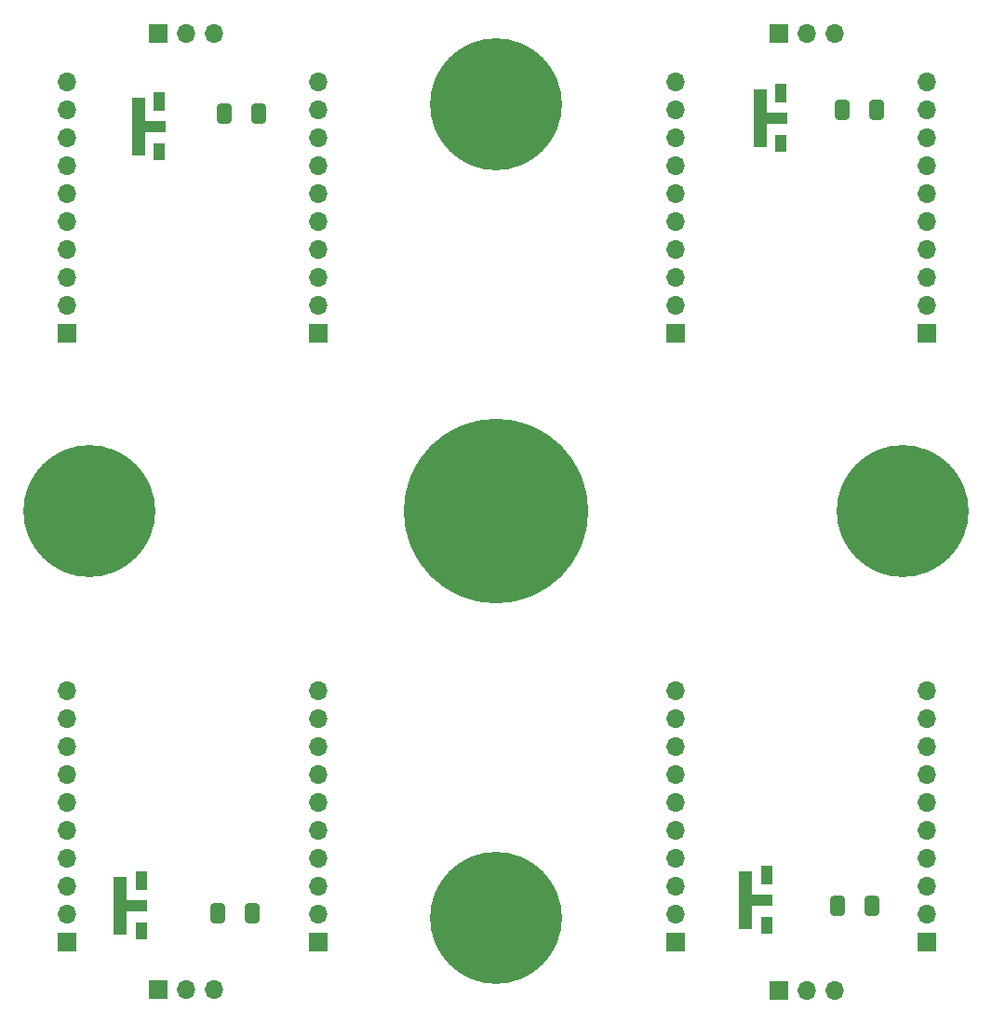
<source format=gbr>
%TF.GenerationSoftware,KiCad,Pcbnew,7.0.5-0*%
%TF.CreationDate,2023-11-28T16:07:23-05:00*%
%TF.ProjectId,quad_sipm,71756164-5f73-4697-906d-2e6b69636164,rev?*%
%TF.SameCoordinates,Original*%
%TF.FileFunction,Soldermask,Bot*%
%TF.FilePolarity,Negative*%
%FSLAX46Y46*%
G04 Gerber Fmt 4.6, Leading zero omitted, Abs format (unit mm)*
G04 Created by KiCad (PCBNEW 7.0.5-0) date 2023-11-28 16:07:23*
%MOMM*%
%LPD*%
G01*
G04 APERTURE LIST*
G04 Aperture macros list*
%AMRoundRect*
0 Rectangle with rounded corners*
0 $1 Rounding radius*
0 $2 $3 $4 $5 $6 $7 $8 $9 X,Y pos of 4 corners*
0 Add a 4 corners polygon primitive as box body*
4,1,4,$2,$3,$4,$5,$6,$7,$8,$9,$2,$3,0*
0 Add four circle primitives for the rounded corners*
1,1,$1+$1,$2,$3*
1,1,$1+$1,$4,$5*
1,1,$1+$1,$6,$7*
1,1,$1+$1,$8,$9*
0 Add four rect primitives between the rounded corners*
20,1,$1+$1,$2,$3,$4,$5,0*
20,1,$1+$1,$4,$5,$6,$7,0*
20,1,$1+$1,$6,$7,$8,$9,0*
20,1,$1+$1,$8,$9,$2,$3,0*%
%AMFreePoly0*
4,1,5,0.508000,-1.498600,-0.508000,-1.498600,-0.508000,1.498600,0.508000,1.498600,0.508000,-1.498600,0.508000,-1.498600,$1*%
G04 Aperture macros list end*
%ADD10C,16.800000*%
%ADD11C,12.000000*%
%ADD12R,1.700000X1.700000*%
%ADD13O,1.700000X1.700000*%
%ADD14RoundRect,0.250000X0.412500X0.650000X-0.412500X0.650000X-0.412500X-0.650000X0.412500X-0.650000X0*%
%ADD15R,1.108800X1.625600*%
%ADD16R,1.117600X1.727200*%
%ADD17R,1.143000X5.207000*%
%ADD18FreePoly0,90.000000*%
G04 APERTURE END LIST*
D10*
%TO.C,H2*%
X100000000Y-100000000D03*
%TD*%
D11*
%TO.C,H3*%
X100000000Y-137000000D03*
%TD*%
%TO.C,H4*%
X137000000Y-100000000D03*
%TD*%
%TO.C,H5*%
X63000000Y-100000000D03*
%TD*%
%TO.C,H1*%
X100000000Y-63000000D03*
%TD*%
D12*
%TO.C,J7*%
X139146000Y-83820000D03*
D13*
X139146000Y-81280000D03*
X139146000Y-78740000D03*
X139146000Y-76200000D03*
X139146000Y-73660000D03*
X139146000Y-71120000D03*
X139146000Y-68580000D03*
X139146000Y-66040000D03*
X139146000Y-63500000D03*
X139146000Y-60960000D03*
D12*
X116286000Y-83820000D03*
D13*
X116286000Y-81280000D03*
X116286000Y-78740000D03*
X116286000Y-76200000D03*
X116286000Y-73660000D03*
X116286000Y-71120000D03*
X116286000Y-68580000D03*
X116286000Y-66040000D03*
X116286000Y-63500000D03*
X116286000Y-60960000D03*
%TD*%
D12*
%TO.C,J8*%
X83774000Y-83820000D03*
D13*
X83774000Y-81280000D03*
X83774000Y-78740000D03*
X83774000Y-76200000D03*
X83774000Y-73660000D03*
X83774000Y-71120000D03*
X83774000Y-68580000D03*
X83774000Y-66040000D03*
X83774000Y-63500000D03*
X83774000Y-60960000D03*
D12*
X60914000Y-83820000D03*
D13*
X60914000Y-81280000D03*
X60914000Y-78740000D03*
X60914000Y-76200000D03*
X60914000Y-73660000D03*
X60914000Y-71120000D03*
X60914000Y-68580000D03*
X60914000Y-66040000D03*
X60914000Y-63500000D03*
X60914000Y-60960000D03*
%TD*%
%TO.C,J6*%
X60914000Y-116332000D03*
X60914000Y-118872000D03*
X60914000Y-121412000D03*
X60914000Y-123952000D03*
X60914000Y-126492000D03*
X60914000Y-129032000D03*
X60914000Y-131572000D03*
X60914000Y-134112000D03*
X60914000Y-136652000D03*
D12*
X60914000Y-139192000D03*
D13*
X83774000Y-116332000D03*
X83774000Y-118872000D03*
X83774000Y-121412000D03*
X83774000Y-123952000D03*
X83774000Y-126492000D03*
X83774000Y-129032000D03*
X83774000Y-131572000D03*
X83774000Y-134112000D03*
X83774000Y-136652000D03*
D12*
X83774000Y-139192000D03*
%TD*%
%TO.C,J5*%
X139146000Y-139192000D03*
D13*
X139146000Y-136652000D03*
X139146000Y-134112000D03*
X139146000Y-131572000D03*
X139146000Y-129032000D03*
X139146000Y-126492000D03*
X139146000Y-123952000D03*
X139146000Y-121412000D03*
X139146000Y-118872000D03*
X139146000Y-116332000D03*
D12*
X116286000Y-139192000D03*
D13*
X116286000Y-136652000D03*
X116286000Y-134112000D03*
X116286000Y-131572000D03*
X116286000Y-129032000D03*
X116286000Y-126492000D03*
X116286000Y-123952000D03*
X116286000Y-121412000D03*
X116286000Y-118872000D03*
X116286000Y-116332000D03*
%TD*%
D12*
%TO.C,J1*%
X125685000Y-143555000D03*
D13*
X128225000Y-143555000D03*
X130765000Y-143555000D03*
%TD*%
D14*
%TO.C,C4*%
X78397500Y-63792500D03*
X75272500Y-63792500D03*
%TD*%
D12*
%TO.C,J3*%
X125685000Y-56560000D03*
D13*
X128225000Y-56560000D03*
X130765000Y-56560000D03*
%TD*%
D12*
%TO.C,J4*%
X69215000Y-56515000D03*
D13*
X71755000Y-56515000D03*
X74295000Y-56515000D03*
%TD*%
D14*
%TO.C,C3*%
X134570000Y-63500000D03*
X131445000Y-63500000D03*
%TD*%
D12*
%TO.C,J2*%
X69215000Y-143510000D03*
D13*
X71755000Y-143510000D03*
X74295000Y-143510000D03*
%TD*%
D14*
%TO.C,C1*%
X134189000Y-135890000D03*
X131064000Y-135890000D03*
%TD*%
%TO.C,C2*%
X77762500Y-136525000D03*
X74637500Y-136525000D03*
%TD*%
D15*
%TO.C,U4*%
X69342000Y-67310000D03*
D16*
X69337600Y-62738000D03*
D17*
X67445300Y-65036700D03*
D18*
X68397800Y-65024000D03*
%TD*%
D15*
%TO.C,U1*%
X67682700Y-138163300D03*
D16*
X67678300Y-133591300D03*
D17*
X65786000Y-135890000D03*
D18*
X66738500Y-135877300D03*
%TD*%
%TO.C,U2*%
X123634500Y-135369300D03*
D17*
X122682000Y-135382000D03*
D16*
X124574300Y-133083300D03*
D15*
X124578700Y-137655300D03*
%TD*%
%TO.C,U3*%
X125912200Y-66548000D03*
D16*
X125907800Y-61976000D03*
D17*
X124015500Y-64274700D03*
D18*
X124968000Y-64262000D03*
%TD*%
M02*

</source>
